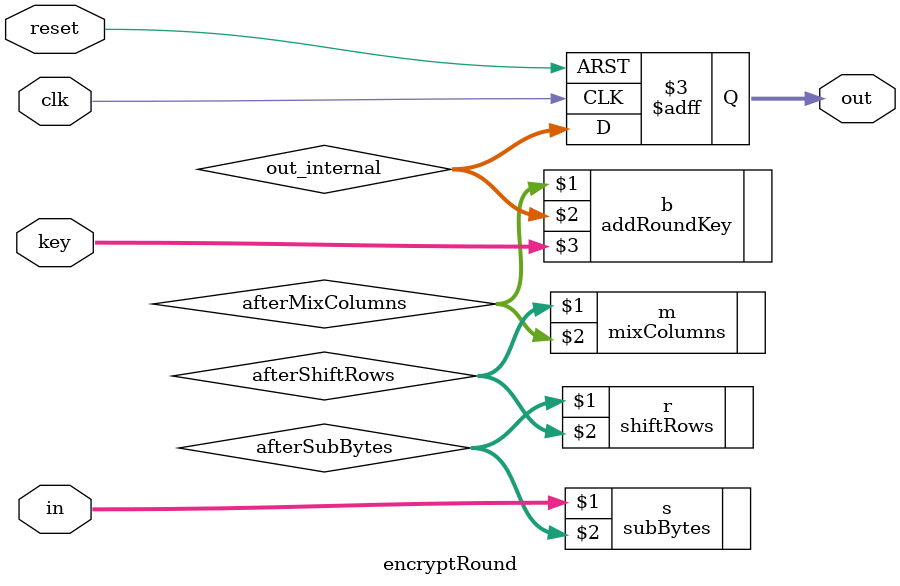
<source format=v>
module encryptRound(clk, reset, in,key,out);
input clk;
input reset;
input [127:0] in;
output [127:0] out;
input [127:0] key;
wire [127:0] afterSubBytes;
wire [127:0] afterShiftRows;
wire [127:0] afterMixColumns;
wire [127:0] afterAddroundKey;

reg [127:0] out;
wire [127:0] out_internal;

subBytes s(in,afterSubBytes);
shiftRows r(afterSubBytes,afterShiftRows);
mixColumns m(afterShiftRows,afterMixColumns);
addRoundKey b(afterMixColumns,out_internal,key);
		
//--------------------------------------------
always @(posedge clk or posedge reset)
    if (reset == 1'b1)
        out <= 127'b0;
    else
        out <= out_internal;
//-------

endmodule
</source>
